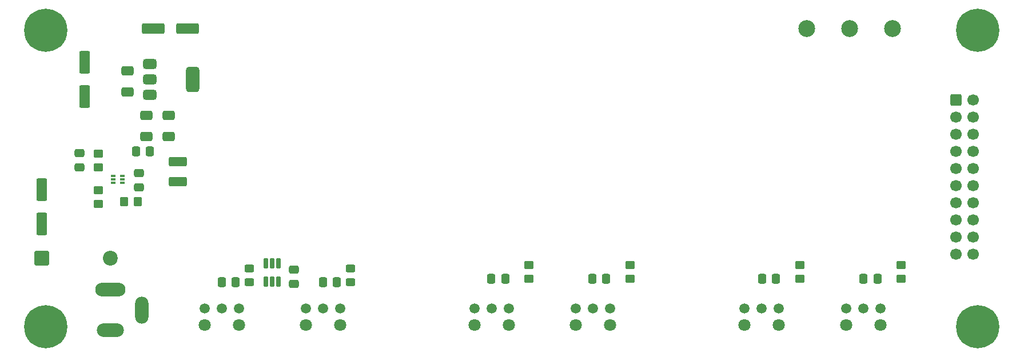
<source format=gts>
G04 #@! TF.GenerationSoftware,KiCad,Pcbnew,9.0.5*
G04 #@! TF.CreationDate,2025-10-23T02:30:18+02:00*
G04 #@! TF.ProjectId,supply-board,73757070-6c79-42d6-926f-6172642e6b69,1.0a*
G04 #@! TF.SameCoordinates,Original*
G04 #@! TF.FileFunction,Soldermask,Top*
G04 #@! TF.FilePolarity,Negative*
%FSLAX46Y46*%
G04 Gerber Fmt 4.6, Leading zero omitted, Abs format (unit mm)*
G04 Created by KiCad (PCBNEW 9.0.5) date 2025-10-23 02:30:18*
%MOMM*%
%LPD*%
G01*
G04 APERTURE LIST*
G04 Aperture macros list*
%AMRoundRect*
0 Rectangle with rounded corners*
0 $1 Rounding radius*
0 $2 $3 $4 $5 $6 $7 $8 $9 X,Y pos of 4 corners*
0 Add a 4 corners polygon primitive as box body*
4,1,4,$2,$3,$4,$5,$6,$7,$8,$9,$2,$3,0*
0 Add four circle primitives for the rounded corners*
1,1,$1+$1,$2,$3*
1,1,$1+$1,$4,$5*
1,1,$1+$1,$6,$7*
1,1,$1+$1,$8,$9*
0 Add four rect primitives between the rounded corners*
20,1,$1+$1,$2,$3,$4,$5,0*
20,1,$1+$1,$4,$5,$6,$7,0*
20,1,$1+$1,$6,$7,$8,$9,0*
20,1,$1+$1,$8,$9,$2,$3,0*%
G04 Aperture macros list end*
%ADD10RoundRect,0.250000X-0.337500X-0.475000X0.337500X-0.475000X0.337500X0.475000X-0.337500X0.475000X0*%
%ADD11C,6.400000*%
%ADD12C,1.500000*%
%ADD13C,1.800000*%
%ADD14RoundRect,0.250000X0.550000X-1.412500X0.550000X1.412500X-0.550000X1.412500X-0.550000X-1.412500X0*%
%ADD15RoundRect,0.250000X0.475000X-0.337500X0.475000X0.337500X-0.475000X0.337500X-0.475000X-0.337500X0*%
%ADD16RoundRect,0.250000X0.337500X0.475000X-0.337500X0.475000X-0.337500X-0.475000X0.337500X-0.475000X0*%
%ADD17RoundRect,0.250000X-0.475000X0.337500X-0.475000X-0.337500X0.475000X-0.337500X0.475000X0.337500X0*%
%ADD18RoundRect,0.250000X-0.450000X0.325000X-0.450000X-0.325000X0.450000X-0.325000X0.450000X0.325000X0*%
%ADD19RoundRect,0.087500X0.250000X0.087500X-0.250000X0.087500X-0.250000X-0.087500X0.250000X-0.087500X0*%
%ADD20RoundRect,0.250000X0.650000X-0.412500X0.650000X0.412500X-0.650000X0.412500X-0.650000X-0.412500X0*%
%ADD21RoundRect,0.250000X-0.450000X0.350000X-0.450000X-0.350000X0.450000X-0.350000X0.450000X0.350000X0*%
%ADD22RoundRect,0.250001X1.074999X-0.462499X1.074999X0.462499X-1.074999X0.462499X-1.074999X-0.462499X0*%
%ADD23RoundRect,0.250000X0.450000X-0.350000X0.450000X0.350000X-0.450000X0.350000X-0.450000X-0.350000X0*%
%ADD24C,2.500000*%
%ADD25RoundRect,0.375000X-0.625000X-0.375000X0.625000X-0.375000X0.625000X0.375000X-0.625000X0.375000X0*%
%ADD26RoundRect,0.500000X-0.500000X-1.400000X0.500000X-1.400000X0.500000X1.400000X-0.500000X1.400000X0*%
%ADD27RoundRect,0.250000X0.350000X0.450000X-0.350000X0.450000X-0.350000X-0.450000X0.350000X-0.450000X0*%
%ADD28RoundRect,0.162500X0.162500X-0.617500X0.162500X0.617500X-0.162500X0.617500X-0.162500X-0.617500X0*%
%ADD29RoundRect,1.000000X1.250000X0.000010X-1.250000X0.000010X-1.250000X-0.000010X1.250000X-0.000010X0*%
%ADD30RoundRect,1.000000X1.000000X0.000010X-1.000000X0.000010X-1.000000X-0.000010X1.000000X-0.000010X0*%
%ADD31RoundRect,1.000000X0.000010X1.000000X-0.000010X1.000000X-0.000010X-1.000000X0.000010X-1.000000X0*%
%ADD32RoundRect,0.250000X1.412500X0.550000X-1.412500X0.550000X-1.412500X-0.550000X1.412500X-0.550000X0*%
%ADD33RoundRect,0.250000X-0.600000X-0.600000X0.600000X-0.600000X0.600000X0.600000X-0.600000X0.600000X0*%
%ADD34C,1.700000*%
%ADD35RoundRect,0.249999X-0.850001X-0.850001X0.850001X-0.850001X0.850001X0.850001X-0.850001X0.850001X0*%
%ADD36C,2.200000*%
G04 APERTURE END LIST*
D10*
X164252000Y-105352400D03*
X166327000Y-105352400D03*
D11*
X181198000Y-68516400D03*
D12*
X66658000Y-109756400D03*
X69198000Y-109756400D03*
X71738000Y-109756400D03*
D13*
X71738000Y-112276400D03*
X66658000Y-112276400D03*
D14*
X42586000Y-97221900D03*
X42586000Y-92146900D03*
D11*
X181198000Y-112516400D03*
D10*
X109134000Y-105352400D03*
X111209000Y-105352400D03*
D15*
X56929000Y-91792900D03*
X56929000Y-89717900D03*
D16*
X86295500Y-105860400D03*
X84220500Y-105860400D03*
D17*
X79919000Y-104024900D03*
X79919000Y-106099900D03*
D18*
X88306000Y-103828400D03*
X88306000Y-105878400D03*
D19*
X54544000Y-91120400D03*
X54544000Y-90620400D03*
X54544000Y-90120400D03*
X53119000Y-90120400D03*
X53119000Y-90620400D03*
X53119000Y-91120400D03*
D11*
X43198000Y-112516400D03*
D17*
X48166000Y-86775400D03*
X48166000Y-88850400D03*
D20*
X61374000Y-84316900D03*
X61374000Y-81191900D03*
D21*
X50960000Y-86834400D03*
X50960000Y-88834400D03*
D22*
X62690000Y-90972900D03*
X62690000Y-87997900D03*
D23*
X114722000Y-105336400D03*
X114722000Y-103336400D03*
D12*
X121658000Y-109756400D03*
X124198000Y-109756400D03*
X126738000Y-109756400D03*
D13*
X126738000Y-112276400D03*
X121658000Y-112276400D03*
D20*
X55286000Y-77666400D03*
X55286000Y-74541400D03*
D12*
X161658000Y-109756400D03*
X164198000Y-109756400D03*
X166738000Y-109756400D03*
D13*
X166738000Y-112276400D03*
X161658000Y-112276400D03*
D14*
X48936000Y-78387400D03*
X48936000Y-73312400D03*
D12*
X106658000Y-109756400D03*
X109198000Y-109756400D03*
X111738000Y-109756400D03*
D13*
X111738000Y-112276400D03*
X106658000Y-112276400D03*
D10*
X124098500Y-105352400D03*
X126173500Y-105352400D03*
D24*
X155870000Y-68268400D03*
X162220000Y-68268400D03*
D25*
X58588000Y-73535900D03*
X58588000Y-75835900D03*
D26*
X64888000Y-75835900D03*
D25*
X58588000Y-78135900D03*
D16*
X58601500Y-86516400D03*
X56526500Y-86516400D03*
D23*
X129708000Y-105352400D03*
X129708000Y-103352400D03*
D27*
X56786000Y-93930400D03*
X54786000Y-93930400D03*
D24*
X168570000Y-68268400D03*
D28*
X75733000Y-105824400D03*
X76683000Y-105824400D03*
X77633000Y-105824400D03*
X77633000Y-103124400D03*
X76683000Y-103124400D03*
X75733000Y-103124400D03*
D29*
X52698000Y-107016400D03*
D30*
X52698000Y-113016400D03*
D31*
X57398000Y-110016400D03*
D12*
X146658000Y-109756400D03*
X149198000Y-109756400D03*
X151738000Y-109756400D03*
D13*
X151738000Y-112276400D03*
X146658000Y-112276400D03*
D12*
X81658000Y-109756400D03*
X84198000Y-109756400D03*
X86738000Y-109756400D03*
D13*
X86738000Y-112276400D03*
X81658000Y-112276400D03*
D32*
X64171000Y-68268400D03*
X59096000Y-68268400D03*
D10*
X149244500Y-105352400D03*
X151319500Y-105352400D03*
D33*
X177963000Y-78900400D03*
D34*
X180503000Y-78900400D03*
X177963000Y-81440400D03*
X180503000Y-81440400D03*
X177963000Y-83980400D03*
X180503000Y-83980400D03*
X177963000Y-86520400D03*
X180503000Y-86520400D03*
X177963000Y-89060400D03*
X180503000Y-89060400D03*
X177963000Y-91600400D03*
X180503000Y-91600400D03*
X177963000Y-94140400D03*
X180503000Y-94140400D03*
X177963000Y-96680400D03*
X180503000Y-96680400D03*
X177963000Y-99220400D03*
X180503000Y-99220400D03*
X177963000Y-101760400D03*
X180503000Y-101760400D03*
D16*
X71309500Y-105860400D03*
X69234500Y-105860400D03*
D35*
X42586000Y-102304400D03*
D36*
X52746000Y-102304400D03*
D20*
X58024000Y-84316900D03*
X58024000Y-81191900D03*
D11*
X43198000Y-68516400D03*
D23*
X169840000Y-105336400D03*
X169840000Y-103336400D03*
X154854000Y-105336400D03*
X154854000Y-103336400D03*
D21*
X50960000Y-92295400D03*
X50960000Y-94295400D03*
D18*
X73320000Y-103828400D03*
X73320000Y-105878400D03*
M02*

</source>
